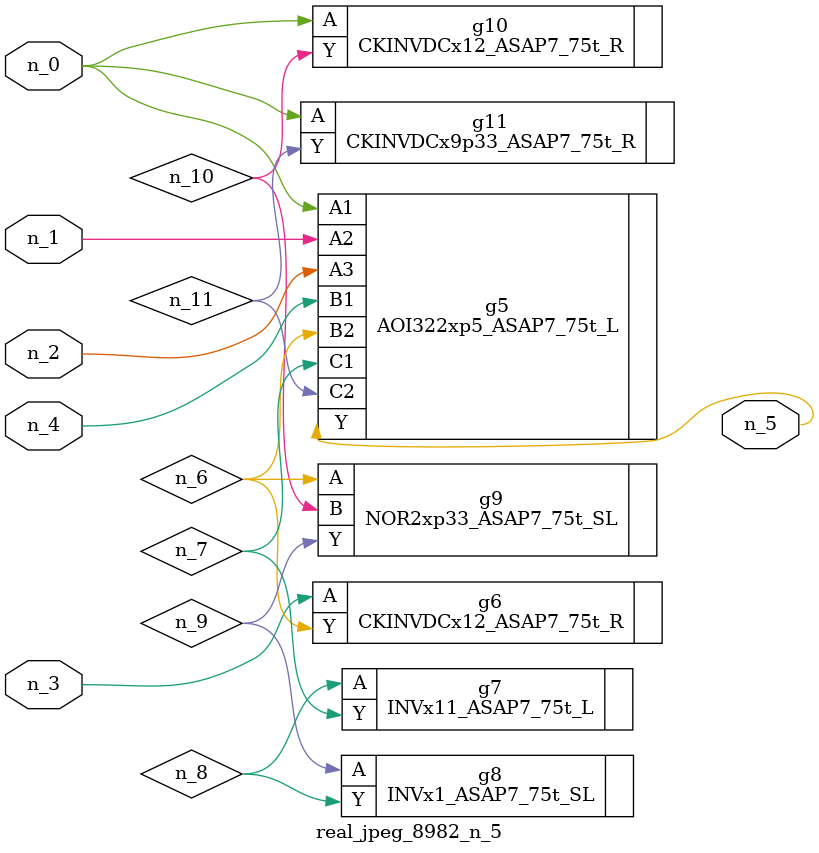
<source format=v>
module real_jpeg_8982_n_5 (n_4, n_0, n_1, n_2, n_3, n_5);

input n_4;
input n_0;
input n_1;
input n_2;
input n_3;

output n_5;

wire n_8;
wire n_11;
wire n_6;
wire n_7;
wire n_10;
wire n_9;

AOI322xp5_ASAP7_75t_L g5 ( 
.A1(n_0),
.A2(n_1),
.A3(n_2),
.B1(n_4),
.B2(n_6),
.C1(n_7),
.C2(n_11),
.Y(n_5)
);

CKINVDCx12_ASAP7_75t_R g10 ( 
.A(n_0),
.Y(n_10)
);

CKINVDCx9p33_ASAP7_75t_R g11 ( 
.A(n_0),
.Y(n_11)
);

CKINVDCx12_ASAP7_75t_R g6 ( 
.A(n_3),
.Y(n_6)
);

NOR2xp33_ASAP7_75t_SL g9 ( 
.A(n_6),
.B(n_10),
.Y(n_9)
);

INVx11_ASAP7_75t_L g7 ( 
.A(n_8),
.Y(n_7)
);

INVx1_ASAP7_75t_SL g8 ( 
.A(n_9),
.Y(n_8)
);


endmodule
</source>
